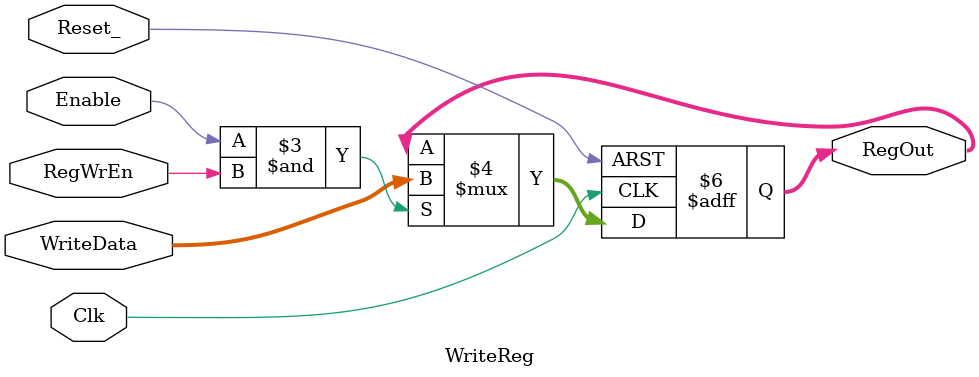
<source format=v>
`define DataSz 32
module	WriteReg(

				//output	

				RegOut,

				//inputs

                Enable,                    
				RegWrEn,
				WriteData,
				Clk,
				Reset_

			    );

output	[`DataSz-1:0] 	RegOut;

input	Enable;
input	RegWrEn;
input	[`DataSz-1:0]   WriteData;
input	Clk, Reset_;

reg	[`DataSz-1:0] 	RegOut;




always @(posedge Clk  or negedge Reset_)
  begin
        	if ( Reset_ == 1'b0)
	        	RegOut <= 32'b1;
        	else
           	if (Enable & RegWrEn)
                 	RegOut <= WriteData;
  end
endmodule

</source>
